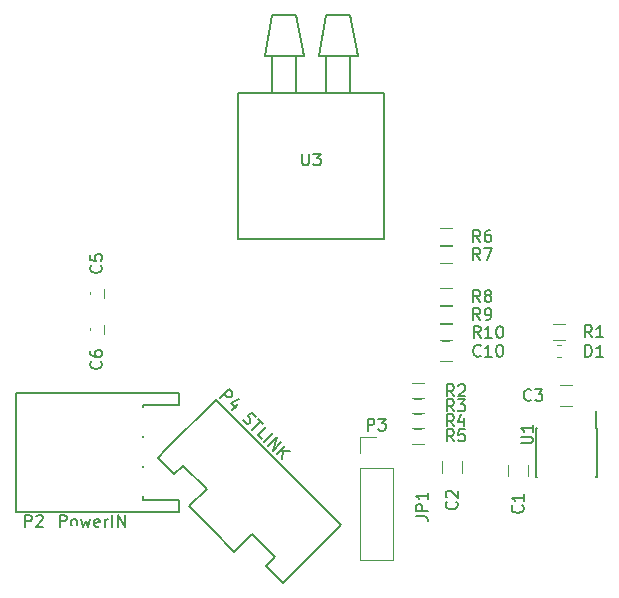
<source format=gto>
G04 #@! TF.FileFunction,Legend,Top*
%FSLAX46Y46*%
G04 Gerber Fmt 4.6, Leading zero omitted, Abs format (unit mm)*
G04 Created by KiCad (PCBNEW 4.0.6) date 03/12/17 16:14:44*
%MOMM*%
%LPD*%
G01*
G04 APERTURE LIST*
%ADD10C,0.100000*%
%ADD11C,0.120000*%
%ADD12C,0.150000*%
%ADD13C,2.600000*%
%ADD14R,1.650000X1.400000*%
%ADD15R,1.400000X1.650000*%
%ADD16R,1.150000X1.200000*%
%ADD17C,2.400000*%
%ADD18R,1.600000X1.300000*%
%ADD19R,1.000000X1.950000*%
%ADD20C,1.900000*%
%ADD21R,1.200000X1.200000*%
%ADD22R,2.100000X2.100000*%
%ADD23O,2.100000X2.100000*%
%ADD24C,3.600000*%
%ADD25R,2.940000X1.920000*%
%ADD26R,1.924000X1.924000*%
G04 APERTURE END LIST*
D10*
D11*
X91676000Y-85530000D02*
X91676000Y-86530000D01*
X93376000Y-86530000D02*
X93376000Y-85530000D01*
X87788000Y-86260000D02*
X87788000Y-85260000D01*
X86088000Y-85260000D02*
X86088000Y-86260000D01*
X96074000Y-80530000D02*
X97074000Y-80530000D01*
X97074000Y-78830000D02*
X96074000Y-78830000D01*
X57439000Y-70694000D02*
X57439000Y-71394000D01*
X56239000Y-71394000D02*
X56239000Y-70694000D01*
X56239000Y-74442000D02*
X56239000Y-73742000D01*
X57439000Y-73742000D02*
X57439000Y-74442000D01*
D12*
X60776000Y-88506000D02*
X60776000Y-84556000D01*
X63776000Y-89006000D02*
X63776000Y-88506000D01*
X63776000Y-88506000D02*
X60776000Y-88506000D01*
X60776000Y-80506000D02*
X60776000Y-84556000D01*
X63776000Y-80006000D02*
X63776000Y-80506000D01*
X63776000Y-80506000D02*
X60776000Y-80506000D01*
X49976000Y-84506000D02*
X49976000Y-79506000D01*
X49976000Y-79506000D02*
X63776000Y-79506000D01*
X63776000Y-79506000D02*
X63776000Y-80006000D01*
X63776000Y-89506000D02*
X63776000Y-89006000D01*
X60776000Y-89506000D02*
X63776000Y-89506000D01*
X49976000Y-84506000D02*
X49976000Y-89506000D01*
X49976000Y-89506000D02*
X60776000Y-89506000D01*
D11*
X96512000Y-74975000D02*
X95512000Y-74975000D01*
X95512000Y-73615000D02*
X96512000Y-73615000D01*
X83536972Y-78614740D02*
X84536972Y-78614740D01*
X84536972Y-79974740D02*
X83536972Y-79974740D01*
X83536972Y-79884739D02*
X84536972Y-79884739D01*
X84536972Y-81244739D02*
X83536972Y-81244739D01*
X83536973Y-81154738D02*
X84536973Y-81154738D01*
X84536973Y-82514738D02*
X83536973Y-82514738D01*
X83536973Y-82424740D02*
X84536973Y-82424740D01*
X84536973Y-83784740D02*
X83536973Y-83784740D01*
D12*
X99165000Y-82431000D02*
X99115000Y-82431000D01*
X99165000Y-86581000D02*
X99020000Y-86581000D01*
X94015000Y-86581000D02*
X94160000Y-86581000D01*
X94015000Y-82431000D02*
X94160000Y-82431000D01*
X99165000Y-82431000D02*
X99165000Y-86581000D01*
X94015000Y-82431000D02*
X94015000Y-86581000D01*
X99115000Y-82431000D02*
X99115000Y-81031000D01*
D11*
X85930000Y-76720000D02*
X86930000Y-76720000D01*
X86930000Y-75020000D02*
X85930000Y-75020000D01*
X94712000Y-75446000D02*
X94712000Y-76446000D01*
X94712000Y-76446000D02*
X96812000Y-76446000D01*
X94712000Y-75446000D02*
X96812000Y-75446000D01*
X79128000Y-85852000D02*
X79128000Y-93592000D01*
X79128000Y-93592000D02*
X81908000Y-93592000D01*
X81908000Y-93592000D02*
X81908000Y-85852000D01*
X81908000Y-85852000D02*
X79128000Y-85852000D01*
X79128000Y-84582000D02*
X79128000Y-83192000D01*
X79128000Y-83192000D02*
X80518000Y-83192000D01*
D12*
X66137725Y-87590102D02*
X64157826Y-85610203D01*
X71936001Y-93388378D02*
X69956102Y-91408479D01*
X73350215Y-94802591D02*
X72607752Y-95545053D01*
X72607752Y-95545053D02*
X71193539Y-94130840D01*
X71193539Y-94130840D02*
X71936001Y-93388378D01*
X62743613Y-84195989D02*
X62001151Y-84938452D01*
X62001151Y-84938452D02*
X63415364Y-86352665D01*
X63415364Y-86352665D02*
X64157826Y-85610203D01*
X66561989Y-90984215D02*
X68471178Y-92893403D01*
X68471178Y-92893403D02*
X69956102Y-91408479D01*
X66561989Y-90984215D02*
X64652801Y-89075026D01*
X64652801Y-89075026D02*
X66137725Y-87590102D01*
X66915543Y-80024059D02*
X62743613Y-84195989D01*
X73350215Y-94802591D02*
X77522145Y-90630661D01*
X77522145Y-90630661D02*
X72218844Y-85327360D01*
X72218844Y-85327360D02*
X66915543Y-80024059D01*
D11*
X85930000Y-65538000D02*
X86930000Y-65538000D01*
X86930000Y-66898000D02*
X85930000Y-66898000D01*
X85930000Y-67062000D02*
X86930000Y-67062000D01*
X86930000Y-68422000D02*
X85930000Y-68422000D01*
X85930000Y-70618000D02*
X86930000Y-70618000D01*
X86930000Y-71978000D02*
X85930000Y-71978000D01*
X85930000Y-72142000D02*
X86930000Y-72142000D01*
X86930000Y-73502000D02*
X85930000Y-73502000D01*
X85930000Y-73666000D02*
X86930000Y-73666000D01*
X86930000Y-75026000D02*
X85930000Y-75026000D01*
D12*
X75635000Y-50914500D02*
X78937000Y-50914500D01*
X78937000Y-50914500D02*
X78302000Y-47485500D01*
X76270000Y-47485500D02*
X78302000Y-47485500D01*
X75635000Y-50914500D02*
X76270000Y-47485500D01*
X78302000Y-54089500D02*
X78302000Y-50914500D01*
X68840500Y-54089500D02*
X68840500Y-66408500D01*
X81159500Y-66472000D02*
X81159500Y-54089500D01*
X81159500Y-66408500D02*
X68840500Y-66408500D01*
X81159500Y-54089500D02*
X68840500Y-54089500D01*
X76270000Y-54089500D02*
X76270000Y-50914500D01*
X73730000Y-54089500D02*
X73730000Y-50914500D01*
X71698000Y-54089500D02*
X71698000Y-50914500D01*
X71698000Y-47485500D02*
X73730000Y-47485500D01*
X71063000Y-50914500D02*
X74365000Y-50914500D01*
X74365000Y-50914500D02*
X73730000Y-47485500D01*
X71063000Y-50914500D02*
X71698000Y-47485500D01*
X92883143Y-88990666D02*
X92930762Y-89038285D01*
X92978381Y-89181142D01*
X92978381Y-89276380D01*
X92930762Y-89419238D01*
X92835524Y-89514476D01*
X92740286Y-89562095D01*
X92549810Y-89609714D01*
X92406952Y-89609714D01*
X92216476Y-89562095D01*
X92121238Y-89514476D01*
X92026000Y-89419238D01*
X91978381Y-89276380D01*
X91978381Y-89181142D01*
X92026000Y-89038285D01*
X92073619Y-88990666D01*
X92978381Y-88038285D02*
X92978381Y-88609714D01*
X92978381Y-88324000D02*
X91978381Y-88324000D01*
X92121238Y-88419238D01*
X92216476Y-88514476D01*
X92264095Y-88609714D01*
X87295143Y-88685666D02*
X87342762Y-88733285D01*
X87390381Y-88876142D01*
X87390381Y-88971380D01*
X87342762Y-89114238D01*
X87247524Y-89209476D01*
X87152286Y-89257095D01*
X86961810Y-89304714D01*
X86818952Y-89304714D01*
X86628476Y-89257095D01*
X86533238Y-89209476D01*
X86438000Y-89114238D01*
X86390381Y-88971380D01*
X86390381Y-88876142D01*
X86438000Y-88733285D01*
X86485619Y-88685666D01*
X86485619Y-88304714D02*
X86438000Y-88257095D01*
X86390381Y-88161857D01*
X86390381Y-87923761D01*
X86438000Y-87828523D01*
X86485619Y-87780904D01*
X86580857Y-87733285D01*
X86676095Y-87733285D01*
X86818952Y-87780904D01*
X87390381Y-88352333D01*
X87390381Y-87733285D01*
X93629334Y-80037143D02*
X93581715Y-80084762D01*
X93438858Y-80132381D01*
X93343620Y-80132381D01*
X93200762Y-80084762D01*
X93105524Y-79989524D01*
X93057905Y-79894286D01*
X93010286Y-79703810D01*
X93010286Y-79560952D01*
X93057905Y-79370476D01*
X93105524Y-79275238D01*
X93200762Y-79180000D01*
X93343620Y-79132381D01*
X93438858Y-79132381D01*
X93581715Y-79180000D01*
X93629334Y-79227619D01*
X93962667Y-79132381D02*
X94581715Y-79132381D01*
X94248381Y-79513333D01*
X94391239Y-79513333D01*
X94486477Y-79560952D01*
X94534096Y-79608571D01*
X94581715Y-79703810D01*
X94581715Y-79941905D01*
X94534096Y-80037143D01*
X94486477Y-80084762D01*
X94391239Y-80132381D01*
X94105524Y-80132381D01*
X94010286Y-80084762D01*
X93962667Y-80037143D01*
X57196143Y-68670666D02*
X57243762Y-68718285D01*
X57291381Y-68861142D01*
X57291381Y-68956380D01*
X57243762Y-69099238D01*
X57148524Y-69194476D01*
X57053286Y-69242095D01*
X56862810Y-69289714D01*
X56719952Y-69289714D01*
X56529476Y-69242095D01*
X56434238Y-69194476D01*
X56339000Y-69099238D01*
X56291381Y-68956380D01*
X56291381Y-68861142D01*
X56339000Y-68718285D01*
X56386619Y-68670666D01*
X56291381Y-67765904D02*
X56291381Y-68242095D01*
X56767571Y-68289714D01*
X56719952Y-68242095D01*
X56672333Y-68146857D01*
X56672333Y-67908761D01*
X56719952Y-67813523D01*
X56767571Y-67765904D01*
X56862810Y-67718285D01*
X57100905Y-67718285D01*
X57196143Y-67765904D01*
X57243762Y-67813523D01*
X57291381Y-67908761D01*
X57291381Y-68146857D01*
X57243762Y-68242095D01*
X57196143Y-68289714D01*
X57196143Y-76798666D02*
X57243762Y-76846285D01*
X57291381Y-76989142D01*
X57291381Y-77084380D01*
X57243762Y-77227238D01*
X57148524Y-77322476D01*
X57053286Y-77370095D01*
X56862810Y-77417714D01*
X56719952Y-77417714D01*
X56529476Y-77370095D01*
X56434238Y-77322476D01*
X56339000Y-77227238D01*
X56291381Y-77084380D01*
X56291381Y-76989142D01*
X56339000Y-76846285D01*
X56386619Y-76798666D01*
X56291381Y-75941523D02*
X56291381Y-76132000D01*
X56339000Y-76227238D01*
X56386619Y-76274857D01*
X56529476Y-76370095D01*
X56719952Y-76417714D01*
X57100905Y-76417714D01*
X57196143Y-76370095D01*
X57243762Y-76322476D01*
X57291381Y-76227238D01*
X57291381Y-76036761D01*
X57243762Y-75941523D01*
X57196143Y-75893904D01*
X57100905Y-75846285D01*
X56862810Y-75846285D01*
X56767571Y-75893904D01*
X56719952Y-75941523D01*
X56672333Y-76036761D01*
X56672333Y-76227238D01*
X56719952Y-76322476D01*
X56767571Y-76370095D01*
X56862810Y-76417714D01*
X50766905Y-90800381D02*
X50766905Y-89800381D01*
X51147858Y-89800381D01*
X51243096Y-89848000D01*
X51290715Y-89895619D01*
X51338334Y-89990857D01*
X51338334Y-90133714D01*
X51290715Y-90228952D01*
X51243096Y-90276571D01*
X51147858Y-90324190D01*
X50766905Y-90324190D01*
X51719286Y-89895619D02*
X51766905Y-89848000D01*
X51862143Y-89800381D01*
X52100239Y-89800381D01*
X52195477Y-89848000D01*
X52243096Y-89895619D01*
X52290715Y-89990857D01*
X52290715Y-90086095D01*
X52243096Y-90228952D01*
X51671667Y-90800381D01*
X52290715Y-90800381D01*
X53719905Y-90800381D02*
X53719905Y-89800381D01*
X54100858Y-89800381D01*
X54196096Y-89848000D01*
X54243715Y-89895619D01*
X54291334Y-89990857D01*
X54291334Y-90133714D01*
X54243715Y-90228952D01*
X54196096Y-90276571D01*
X54100858Y-90324190D01*
X53719905Y-90324190D01*
X54862762Y-90800381D02*
X54767524Y-90752762D01*
X54719905Y-90705143D01*
X54672286Y-90609905D01*
X54672286Y-90324190D01*
X54719905Y-90228952D01*
X54767524Y-90181333D01*
X54862762Y-90133714D01*
X55005620Y-90133714D01*
X55100858Y-90181333D01*
X55148477Y-90228952D01*
X55196096Y-90324190D01*
X55196096Y-90609905D01*
X55148477Y-90705143D01*
X55100858Y-90752762D01*
X55005620Y-90800381D01*
X54862762Y-90800381D01*
X55529429Y-90133714D02*
X55719905Y-90800381D01*
X55910382Y-90324190D01*
X56100858Y-90800381D01*
X56291334Y-90133714D01*
X57053239Y-90752762D02*
X56958001Y-90800381D01*
X56767524Y-90800381D01*
X56672286Y-90752762D01*
X56624667Y-90657524D01*
X56624667Y-90276571D01*
X56672286Y-90181333D01*
X56767524Y-90133714D01*
X56958001Y-90133714D01*
X57053239Y-90181333D01*
X57100858Y-90276571D01*
X57100858Y-90371810D01*
X56624667Y-90467048D01*
X57529429Y-90800381D02*
X57529429Y-90133714D01*
X57529429Y-90324190D02*
X57577048Y-90228952D01*
X57624667Y-90181333D01*
X57719905Y-90133714D01*
X57815144Y-90133714D01*
X58148477Y-90800381D02*
X58148477Y-89800381D01*
X58624667Y-90800381D02*
X58624667Y-89800381D01*
X59196096Y-90800381D01*
X59196096Y-89800381D01*
X98766334Y-74747381D02*
X98433000Y-74271190D01*
X98194905Y-74747381D02*
X98194905Y-73747381D01*
X98575858Y-73747381D01*
X98671096Y-73795000D01*
X98718715Y-73842619D01*
X98766334Y-73937857D01*
X98766334Y-74080714D01*
X98718715Y-74175952D01*
X98671096Y-74223571D01*
X98575858Y-74271190D01*
X98194905Y-74271190D01*
X99718715Y-74747381D02*
X99147286Y-74747381D01*
X99433000Y-74747381D02*
X99433000Y-73747381D01*
X99337762Y-73890238D01*
X99242524Y-73985476D01*
X99147286Y-74033095D01*
X87082334Y-79747121D02*
X86749000Y-79270930D01*
X86510905Y-79747121D02*
X86510905Y-78747121D01*
X86891858Y-78747121D01*
X86987096Y-78794740D01*
X87034715Y-78842359D01*
X87082334Y-78937597D01*
X87082334Y-79080454D01*
X87034715Y-79175692D01*
X86987096Y-79223311D01*
X86891858Y-79270930D01*
X86510905Y-79270930D01*
X87463286Y-78842359D02*
X87510905Y-78794740D01*
X87606143Y-78747121D01*
X87844239Y-78747121D01*
X87939477Y-78794740D01*
X87987096Y-78842359D01*
X88034715Y-78937597D01*
X88034715Y-79032835D01*
X87987096Y-79175692D01*
X87415667Y-79747121D01*
X88034715Y-79747121D01*
X87082334Y-81017120D02*
X86749000Y-80540929D01*
X86510905Y-81017120D02*
X86510905Y-80017120D01*
X86891858Y-80017120D01*
X86987096Y-80064739D01*
X87034715Y-80112358D01*
X87082334Y-80207596D01*
X87082334Y-80350453D01*
X87034715Y-80445691D01*
X86987096Y-80493310D01*
X86891858Y-80540929D01*
X86510905Y-80540929D01*
X87415667Y-80017120D02*
X88034715Y-80017120D01*
X87701381Y-80398072D01*
X87844239Y-80398072D01*
X87939477Y-80445691D01*
X87987096Y-80493310D01*
X88034715Y-80588549D01*
X88034715Y-80826644D01*
X87987096Y-80921882D01*
X87939477Y-80969501D01*
X87844239Y-81017120D01*
X87558524Y-81017120D01*
X87463286Y-80969501D01*
X87415667Y-80921882D01*
X87082334Y-82287119D02*
X86749000Y-81810928D01*
X86510905Y-82287119D02*
X86510905Y-81287119D01*
X86891858Y-81287119D01*
X86987096Y-81334738D01*
X87034715Y-81382357D01*
X87082334Y-81477595D01*
X87082334Y-81620452D01*
X87034715Y-81715690D01*
X86987096Y-81763309D01*
X86891858Y-81810928D01*
X86510905Y-81810928D01*
X87939477Y-81620452D02*
X87939477Y-82287119D01*
X87701381Y-81239500D02*
X87463286Y-81953786D01*
X88082334Y-81953786D01*
X87082334Y-83557121D02*
X86749000Y-83080930D01*
X86510905Y-83557121D02*
X86510905Y-82557121D01*
X86891858Y-82557121D01*
X86987096Y-82604740D01*
X87034715Y-82652359D01*
X87082334Y-82747597D01*
X87082334Y-82890454D01*
X87034715Y-82985692D01*
X86987096Y-83033311D01*
X86891858Y-83080930D01*
X86510905Y-83080930D01*
X87987096Y-82557121D02*
X87510905Y-82557121D01*
X87463286Y-83033311D01*
X87510905Y-82985692D01*
X87606143Y-82938073D01*
X87844239Y-82938073D01*
X87939477Y-82985692D01*
X87987096Y-83033311D01*
X88034715Y-83128550D01*
X88034715Y-83366645D01*
X87987096Y-83461883D01*
X87939477Y-83509502D01*
X87844239Y-83557121D01*
X87606143Y-83557121D01*
X87510905Y-83509502D01*
X87463286Y-83461883D01*
X92740381Y-83743905D02*
X93549905Y-83743905D01*
X93645143Y-83696286D01*
X93692762Y-83648667D01*
X93740381Y-83553429D01*
X93740381Y-83362952D01*
X93692762Y-83267714D01*
X93645143Y-83220095D01*
X93549905Y-83172476D01*
X92740381Y-83172476D01*
X93740381Y-82172476D02*
X93740381Y-82743905D01*
X93740381Y-82458191D02*
X92740381Y-82458191D01*
X92883238Y-82553429D01*
X92978476Y-82648667D01*
X93026095Y-82743905D01*
X89343143Y-76303143D02*
X89295524Y-76350762D01*
X89152667Y-76398381D01*
X89057429Y-76398381D01*
X88914571Y-76350762D01*
X88819333Y-76255524D01*
X88771714Y-76160286D01*
X88724095Y-75969810D01*
X88724095Y-75826952D01*
X88771714Y-75636476D01*
X88819333Y-75541238D01*
X88914571Y-75446000D01*
X89057429Y-75398381D01*
X89152667Y-75398381D01*
X89295524Y-75446000D01*
X89343143Y-75493619D01*
X90295524Y-76398381D02*
X89724095Y-76398381D01*
X90009809Y-76398381D02*
X90009809Y-75398381D01*
X89914571Y-75541238D01*
X89819333Y-75636476D01*
X89724095Y-75684095D01*
X90914571Y-75398381D02*
X91009810Y-75398381D01*
X91105048Y-75446000D01*
X91152667Y-75493619D01*
X91200286Y-75588857D01*
X91247905Y-75779333D01*
X91247905Y-76017429D01*
X91200286Y-76207905D01*
X91152667Y-76303143D01*
X91105048Y-76350762D01*
X91009810Y-76398381D01*
X90914571Y-76398381D01*
X90819333Y-76350762D01*
X90771714Y-76303143D01*
X90724095Y-76207905D01*
X90676476Y-76017429D01*
X90676476Y-75779333D01*
X90724095Y-75588857D01*
X90771714Y-75493619D01*
X90819333Y-75446000D01*
X90914571Y-75398381D01*
X98194905Y-76398381D02*
X98194905Y-75398381D01*
X98433000Y-75398381D01*
X98575858Y-75446000D01*
X98671096Y-75541238D01*
X98718715Y-75636476D01*
X98766334Y-75826952D01*
X98766334Y-75969810D01*
X98718715Y-76160286D01*
X98671096Y-76255524D01*
X98575858Y-76350762D01*
X98433000Y-76398381D01*
X98194905Y-76398381D01*
X99718715Y-76398381D02*
X99147286Y-76398381D01*
X99433000Y-76398381D02*
X99433000Y-75398381D01*
X99337762Y-75541238D01*
X99242524Y-75636476D01*
X99147286Y-75684095D01*
X79779905Y-82644381D02*
X79779905Y-81644381D01*
X80160858Y-81644381D01*
X80256096Y-81692000D01*
X80303715Y-81739619D01*
X80351334Y-81834857D01*
X80351334Y-81977714D01*
X80303715Y-82072952D01*
X80256096Y-82120571D01*
X80160858Y-82168190D01*
X79779905Y-82168190D01*
X80684667Y-81644381D02*
X81303715Y-81644381D01*
X80970381Y-82025333D01*
X81113239Y-82025333D01*
X81208477Y-82072952D01*
X81256096Y-82120571D01*
X81303715Y-82215810D01*
X81303715Y-82453905D01*
X81256096Y-82549143D01*
X81208477Y-82596762D01*
X81113239Y-82644381D01*
X80827524Y-82644381D01*
X80732286Y-82596762D01*
X80684667Y-82549143D01*
X67300206Y-79858970D02*
X68007313Y-79151863D01*
X68276688Y-79421237D01*
X68310359Y-79522253D01*
X68310359Y-79589596D01*
X68276688Y-79690611D01*
X68175672Y-79791626D01*
X68074657Y-79825298D01*
X68007314Y-79825298D01*
X67906299Y-79791626D01*
X67636924Y-79522252D01*
X68781764Y-80397718D02*
X68310359Y-80869123D01*
X68882778Y-79959985D02*
X68209343Y-80296703D01*
X68647076Y-80734436D01*
X69253874Y-81745294D02*
X69321218Y-81879981D01*
X69489577Y-82048341D01*
X69590592Y-82082012D01*
X69657936Y-82082012D01*
X69758951Y-82048341D01*
X69826294Y-81980997D01*
X69859966Y-81879982D01*
X69859966Y-81812639D01*
X69826295Y-81711623D01*
X69725279Y-81543263D01*
X69691607Y-81442248D01*
X69691607Y-81374905D01*
X69725279Y-81273890D01*
X69792623Y-81206546D01*
X69893638Y-81172874D01*
X69960981Y-81172874D01*
X70061996Y-81206546D01*
X70230356Y-81374905D01*
X70297699Y-81509592D01*
X70533401Y-81677951D02*
X70937462Y-82082012D01*
X70028325Y-82587088D02*
X70735431Y-81879981D01*
X70802776Y-83361539D02*
X70466058Y-83024821D01*
X71173164Y-82317714D01*
X71038478Y-83597241D02*
X71745584Y-82890134D01*
X71375195Y-83933958D02*
X72082302Y-83226851D01*
X71779256Y-84338019D01*
X72486363Y-83630913D01*
X72115973Y-84674737D02*
X72823080Y-83967630D01*
X72520035Y-85078798D02*
X72621050Y-84371690D01*
X73227141Y-84371691D02*
X72419019Y-84371691D01*
X89311334Y-66670381D02*
X88978000Y-66194190D01*
X88739905Y-66670381D02*
X88739905Y-65670381D01*
X89120858Y-65670381D01*
X89216096Y-65718000D01*
X89263715Y-65765619D01*
X89311334Y-65860857D01*
X89311334Y-66003714D01*
X89263715Y-66098952D01*
X89216096Y-66146571D01*
X89120858Y-66194190D01*
X88739905Y-66194190D01*
X90168477Y-65670381D02*
X89978000Y-65670381D01*
X89882762Y-65718000D01*
X89835143Y-65765619D01*
X89739905Y-65908476D01*
X89692286Y-66098952D01*
X89692286Y-66479905D01*
X89739905Y-66575143D01*
X89787524Y-66622762D01*
X89882762Y-66670381D01*
X90073239Y-66670381D01*
X90168477Y-66622762D01*
X90216096Y-66575143D01*
X90263715Y-66479905D01*
X90263715Y-66241810D01*
X90216096Y-66146571D01*
X90168477Y-66098952D01*
X90073239Y-66051333D01*
X89882762Y-66051333D01*
X89787524Y-66098952D01*
X89739905Y-66146571D01*
X89692286Y-66241810D01*
X89311334Y-68194381D02*
X88978000Y-67718190D01*
X88739905Y-68194381D02*
X88739905Y-67194381D01*
X89120858Y-67194381D01*
X89216096Y-67242000D01*
X89263715Y-67289619D01*
X89311334Y-67384857D01*
X89311334Y-67527714D01*
X89263715Y-67622952D01*
X89216096Y-67670571D01*
X89120858Y-67718190D01*
X88739905Y-67718190D01*
X89644667Y-67194381D02*
X90311334Y-67194381D01*
X89882762Y-68194381D01*
X89311334Y-71750381D02*
X88978000Y-71274190D01*
X88739905Y-71750381D02*
X88739905Y-70750381D01*
X89120858Y-70750381D01*
X89216096Y-70798000D01*
X89263715Y-70845619D01*
X89311334Y-70940857D01*
X89311334Y-71083714D01*
X89263715Y-71178952D01*
X89216096Y-71226571D01*
X89120858Y-71274190D01*
X88739905Y-71274190D01*
X89882762Y-71178952D02*
X89787524Y-71131333D01*
X89739905Y-71083714D01*
X89692286Y-70988476D01*
X89692286Y-70940857D01*
X89739905Y-70845619D01*
X89787524Y-70798000D01*
X89882762Y-70750381D01*
X90073239Y-70750381D01*
X90168477Y-70798000D01*
X90216096Y-70845619D01*
X90263715Y-70940857D01*
X90263715Y-70988476D01*
X90216096Y-71083714D01*
X90168477Y-71131333D01*
X90073239Y-71178952D01*
X89882762Y-71178952D01*
X89787524Y-71226571D01*
X89739905Y-71274190D01*
X89692286Y-71369429D01*
X89692286Y-71559905D01*
X89739905Y-71655143D01*
X89787524Y-71702762D01*
X89882762Y-71750381D01*
X90073239Y-71750381D01*
X90168477Y-71702762D01*
X90216096Y-71655143D01*
X90263715Y-71559905D01*
X90263715Y-71369429D01*
X90216096Y-71274190D01*
X90168477Y-71226571D01*
X90073239Y-71178952D01*
X89311334Y-73274381D02*
X88978000Y-72798190D01*
X88739905Y-73274381D02*
X88739905Y-72274381D01*
X89120858Y-72274381D01*
X89216096Y-72322000D01*
X89263715Y-72369619D01*
X89311334Y-72464857D01*
X89311334Y-72607714D01*
X89263715Y-72702952D01*
X89216096Y-72750571D01*
X89120858Y-72798190D01*
X88739905Y-72798190D01*
X89787524Y-73274381D02*
X89978000Y-73274381D01*
X90073239Y-73226762D01*
X90120858Y-73179143D01*
X90216096Y-73036286D01*
X90263715Y-72845810D01*
X90263715Y-72464857D01*
X90216096Y-72369619D01*
X90168477Y-72322000D01*
X90073239Y-72274381D01*
X89882762Y-72274381D01*
X89787524Y-72322000D01*
X89739905Y-72369619D01*
X89692286Y-72464857D01*
X89692286Y-72702952D01*
X89739905Y-72798190D01*
X89787524Y-72845810D01*
X89882762Y-72893429D01*
X90073239Y-72893429D01*
X90168477Y-72845810D01*
X90216096Y-72798190D01*
X90263715Y-72702952D01*
X89343143Y-74798381D02*
X89009809Y-74322190D01*
X88771714Y-74798381D02*
X88771714Y-73798381D01*
X89152667Y-73798381D01*
X89247905Y-73846000D01*
X89295524Y-73893619D01*
X89343143Y-73988857D01*
X89343143Y-74131714D01*
X89295524Y-74226952D01*
X89247905Y-74274571D01*
X89152667Y-74322190D01*
X88771714Y-74322190D01*
X90295524Y-74798381D02*
X89724095Y-74798381D01*
X90009809Y-74798381D02*
X90009809Y-73798381D01*
X89914571Y-73941238D01*
X89819333Y-74036476D01*
X89724095Y-74084095D01*
X90914571Y-73798381D02*
X91009810Y-73798381D01*
X91105048Y-73846000D01*
X91152667Y-73893619D01*
X91200286Y-73988857D01*
X91247905Y-74179333D01*
X91247905Y-74417429D01*
X91200286Y-74607905D01*
X91152667Y-74703143D01*
X91105048Y-74750762D01*
X91009810Y-74798381D01*
X90914571Y-74798381D01*
X90819333Y-74750762D01*
X90771714Y-74703143D01*
X90724095Y-74607905D01*
X90676476Y-74417429D01*
X90676476Y-74179333D01*
X90724095Y-73988857D01*
X90771714Y-73893619D01*
X90819333Y-73846000D01*
X90914571Y-73798381D01*
X74238095Y-59201381D02*
X74238095Y-60010905D01*
X74285714Y-60106143D01*
X74333333Y-60153762D01*
X74428571Y-60201381D01*
X74619048Y-60201381D01*
X74714286Y-60153762D01*
X74761905Y-60106143D01*
X74809524Y-60010905D01*
X74809524Y-59201381D01*
X75190476Y-59201381D02*
X75809524Y-59201381D01*
X75476190Y-59582333D01*
X75619048Y-59582333D01*
X75714286Y-59629952D01*
X75761905Y-59677571D01*
X75809524Y-59772810D01*
X75809524Y-60010905D01*
X75761905Y-60106143D01*
X75714286Y-60153762D01*
X75619048Y-60201381D01*
X75333333Y-60201381D01*
X75238095Y-60153762D01*
X75190476Y-60106143D01*
X83850381Y-89911333D02*
X84564667Y-89911333D01*
X84707524Y-89958953D01*
X84802762Y-90054191D01*
X84850381Y-90197048D01*
X84850381Y-90292286D01*
X84850381Y-89435143D02*
X83850381Y-89435143D01*
X83850381Y-89054190D01*
X83898000Y-88958952D01*
X83945619Y-88911333D01*
X84040857Y-88863714D01*
X84183714Y-88863714D01*
X84278952Y-88911333D01*
X84326571Y-88958952D01*
X84374190Y-89054190D01*
X84374190Y-89435143D01*
X84850381Y-87911333D02*
X84850381Y-88482762D01*
X84850381Y-88197048D02*
X83850381Y-88197048D01*
X83993238Y-88292286D01*
X84088476Y-88387524D01*
X84136095Y-88482762D01*
%LPC*%
D13*
X95000000Y-92000000D03*
D14*
X92526000Y-87030000D03*
X92526000Y-85030000D03*
X86938000Y-84760000D03*
X86938000Y-86760000D03*
D15*
X97574000Y-79680000D03*
X95574000Y-79680000D03*
D16*
X56839000Y-70294000D03*
X56839000Y-71794000D03*
X56839000Y-74842000D03*
X56839000Y-73342000D03*
D17*
X89224000Y-87046000D03*
X89224000Y-84506000D03*
X89224000Y-81966000D03*
X60776000Y-87046000D03*
X60776000Y-84506000D03*
X60776000Y-81966000D03*
D18*
X94912000Y-74295000D03*
X97112000Y-74295000D03*
X85136972Y-79294740D03*
X82936972Y-79294740D03*
X85136972Y-80564739D03*
X82936972Y-80564739D03*
X85136973Y-81834738D03*
X82936973Y-81834738D03*
X85136973Y-83104740D03*
X82936973Y-83104740D03*
D19*
X98495000Y-81806000D03*
X97225000Y-81806000D03*
X95955000Y-81806000D03*
X94685000Y-81806000D03*
X94685000Y-87206000D03*
X95955000Y-87206000D03*
X97225000Y-87206000D03*
X98495000Y-87206000D03*
D20*
X60395000Y-70128000D03*
X60395000Y-72568000D03*
X60395000Y-75008000D03*
D15*
X87430000Y-75870000D03*
X85430000Y-75870000D03*
D21*
X96812000Y-75946000D03*
X95212000Y-75946000D03*
D22*
X80518000Y-84582000D03*
D23*
X80518000Y-87122000D03*
X80518000Y-89662000D03*
X80518000Y-92202000D03*
D17*
X66364000Y-83998000D03*
X68160051Y-85794051D03*
X69956102Y-87590102D03*
X71752153Y-89386153D03*
X73548204Y-91182204D03*
D18*
X87530000Y-66218000D03*
X85330000Y-66218000D03*
X87530000Y-67742000D03*
X85330000Y-67742000D03*
X87530000Y-71298000D03*
X85330000Y-71298000D03*
X87530000Y-72822000D03*
X85330000Y-72822000D03*
X87530000Y-74346000D03*
X85330000Y-74346000D03*
D24*
X107000000Y-92000000D03*
D25*
X66620000Y-56439000D03*
X66618000Y-58979000D03*
X66618000Y-61519000D03*
X66618000Y-64059000D03*
X83378000Y-61519000D03*
X83380000Y-56439000D03*
X83378000Y-58979000D03*
X83378000Y-64059000D03*
D26*
X84398000Y-84836200D03*
X84398000Y-86715800D03*
D13*
X55000000Y-92000000D03*
M02*

</source>
